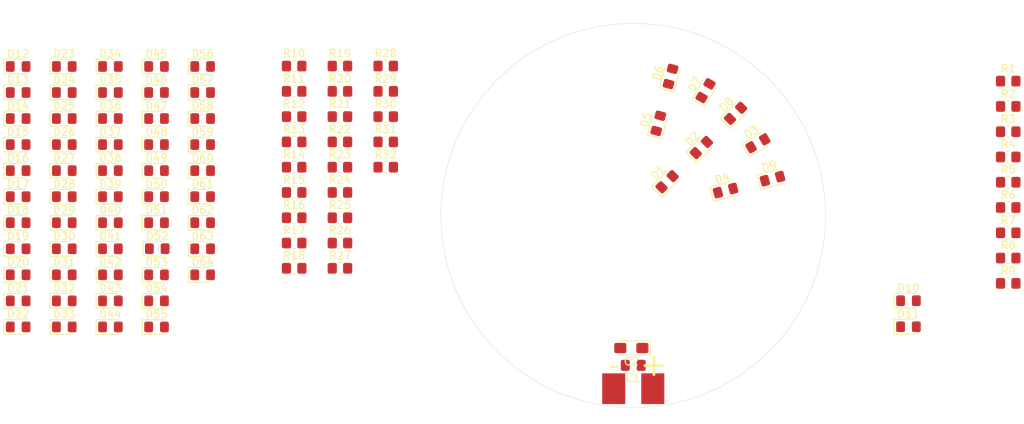
<source format=kicad_pcb>
(kicad_pcb (version 20240108) (generator "pcbnew") (generator_version "8.0")
  (layers (0 "F.Cu" signal) (31 "B.Cu" signal) (34 "B.Paste" user) (35 "F.Paste" user) (36 "B.SilkS" user "B.Silkscreen") (37 "F.SilkS" user "F.Silkscreen") (38 "B.Mask" user) (39 "F.Mask" user) (44 "Edge.Cuts" user))
  (net 0 "")
  (net 1 "GND")
  (net 2 "Net-(D1-A)")
  (net 3 "Net-(D3-A)")
  (net 4 "Net-(D5-A)")
  (net 5 "Net-(D7-A)")
  (net 6 "Net-(D10-A)")
  (net 7 "Net-(D11-A)")
  (net 8 "Net-(D13-A)")
  (net 9 "Net-(D15-A)")
  (net 10 "Net-(D17-A)")
  (net 11 "Net-(D19-A)")
  (net 12 "Net-(D21-A)")
  (net 13 "Net-(D23-A)")
  (net 14 "Net-(D25-A)")
  (net 15 "Net-(D27-A)")
  (net 16 "Net-(D29-A)")
  (net 17 "Net-(D31-A)")
  (net 18 "Net-(D33-A)")
  (net 19 "Net-(D35-A)")
  (net 20 "Net-(D37-A)")
  (net 21 "Net-(D39-A)")
  (net 22 "Net-(D41-A)")
  (net 23 "Net-(D43-A)")
  (net 24 "Net-(D45-A)")
  (net 25 "Net-(D47-A)")
  (net 26 "Net-(D49-A)")
  (net 27 "Net-(D51-A)")
  (net 28 "Net-(D53-A)")
  (net 29 "Net-(D55-A)")
  (net 30 "Net-(D57-A)")
  (net 31 "Net-(D59-A)")
  (net 32 "Net-(D61-A)")
  (net 33 "Net-(D63-A)")
  (net 34 "+5V")
  (footprint "LED_SMD:LED_0805_2012Metric_Pad1.15x1.40mm_HandSolder" (layer "F.Cu") (at 138.025 58.99)
    (property "Reference" "D46" (at 0 -1.65 0) (layer "F.SilkS"))
    (property "Value" "R_LED")
    (pad "1" smd roundrect (at -1.025 0) (size 1.15 1.4) (layers "F.Cu" "F.Paste" "F.Mask") (roundrect_rratio 0.217391) (net 1 "GND"))
    (pad "2" smd roundrect (at 1.025 0) (size 1.15 1.4) (layers "F.Cu" "F.Paste" "F.Mask") (roundrect_rratio 0.217391) (net 24 "Net-(D45-A)"))
  )
  (footprint "Resistor_SMD:R_0805_2012Metric_Pad1.20x1.40mm_HandSolder" (layer "F.Cu") (at 155.92 81.87)
    (property "Reference" "R18" (at 0 -1.65 0) (layer "F.SilkS"))
    (property "Value" "220R")
    (pad "1" smd roundrect (at -1 0) (size 1.2 1.4) (layers "F.Cu" "F.Paste" "F.Mask") (roundrect_rratio 0.208333) (net 34 "+5V"))
    (pad "2" smd roundrect (at 1 0) (size 1.2 1.4) (layers "F.Cu" "F.Paste" "F.Mask") (roundrect_rratio 0.208333) (net 19 "Net-(D35-A)"))
  )
  (footprint "LED_SMD:LED_0805_2012Metric_Pad1.15x1.40mm_HandSolder" (layer "F.Cu") (at 120.04 75.94)
    (property "Reference" "D18" (at 0 -1.65 0) (layer "F.SilkS"))
    (property "Value" "R_LED")
    (pad "1" smd roundrect (at -1.025 0) (size 1.15 1.4) (layers "F.Cu" "F.Paste" "F.Mask") (roundrect_rratio 0.217391) (net 1 "GND"))
    (pad "2" smd roundrect (at 1.025 0) (size 1.15 1.4) (layers "F.Cu" "F.Paste" "F.Mask") (roundrect_rratio 0.217391) (net 10 "Net-(D17-A)"))
  )
  (footprint "Resistor_SMD:R_0805_2012Metric_Pad1.20x1.40mm_HandSolder" (layer "F.Cu") (at 161.87 62.13)
    (property "Reference" "R21" (at 0 -1.65 0) (layer "F.SilkS"))
    (property "Value" "220R")
    (pad "1" smd roundrect (at -1 0) (size 1.2 1.4) (layers "F.Cu" "F.Paste" "F.Mask") (roundrect_rratio 0.208333) (net 34 "+5V"))
    (pad "2" smd roundrect (at 1 0) (size 1.2 1.4) (layers "F.Cu" "F.Paste" "F.Mask") (roundrect_rratio 0.208333) (net 22 "Net-(D41-A)"))
  )
  (footprint "LED_SMD:LED_0805_2012Metric_Pad1.15x1.40mm_HandSolder" (layer "F.Cu") (at 132.03 82.72)
    (property "Reference" "D42" (at 0 -1.65 0) (layer "F.SilkS"))
    (property "Value" "R_LED")
    (pad "1" smd roundrect (at -1.025 0) (size 1.15 1.4) (layers "F.Cu" "F.Paste" "F.Mask") (roundrect_rratio 0.217391) (net 1 "GND"))
    (pad "2" smd roundrect (at 1.025 0) (size 1.15 1.4) (layers "F.Cu" "F.Paste" "F.Mask") (roundrect_rratio 0.217391) (net 22 "Net-(D41-A)"))
  )
  (footprint "LED_SMD:LED_0805_2012Metric_Pad1.15x1.40mm_HandSolder" (layer "F.Cu") (at 120.04 82.72)
    (property "Reference" "D20" (at 0 -1.65 0) (layer "F.SilkS"))
    (property "Value" "R_LED")
    (pad "1" smd roundrect (at -1.025 0) (size 1.15 1.4) (layers "F.Cu" "F.Paste" "F.Mask") (roundrect_rratio 0.217391) (net 1 "GND"))
    (pad "2" smd roundrect (at 1.025 0) (size 1.15 1.4) (layers "F.Cu" "F.Paste" "F.Mask") (roundrect_rratio 0.217391) (net 11 "Net-(D19-A)"))
  )
  (footprint "Resistor_SMD:R_0805_2012Metric_Pad1.20x1.40mm_HandSolder" (layer "F.Cu") (at 248.75 57.51)
    (property "Reference" "R1" (at 0 -1.65 0) (layer "F.SilkS"))
    (property "Value" "220R")
    (pad "1" smd roundrect (at -1 0) (size 1.2 1.4) (layers "F.Cu" "F.Paste" "F.Mask") (roundrect_rratio 0.208333) (net 34 "+5V"))
    (pad "2" smd roundrect (at 1 0) (size 1.2 1.4) (layers "F.Cu" "F.Paste" "F.Mask") (roundrect_rratio 0.208333) (net 2 "Net-(D1-A)"))
  )
  (footprint "Resistor_SMD:R_0805_2012Metric_Pad1.20x1.40mm_HandSolder" (layer "F.Cu") (at 248.75 67.38)
    (property "Reference" "R4" (at 0 -1.65 0) (layer "F.SilkS"))
    (property "Value" "220R")
    (pad "1" smd roundrect (at -1 0) (size 1.2 1.4) (layers "F.Cu" "F.Paste" "F.Mask") (roundrect_rratio 0.208333) (net 34 "+5V"))
    (pad "2" smd roundrect (at 1 0) (size 1.2 1.4) (layers "F.Cu" "F.Paste" "F.Mask") (roundrect_rratio 0.208333) (net 5 "Net-(D7-A)"))
  )
  (footprint "LED_SMD:LED_0805_2012Metric_Pad1.15x1.40mm_HandSolder" (layer "F.Cu") (at 126.035 82.72)
    (property "Reference" "D31" (at 0 -1.65 0) (layer "F.SilkS"))
    (property "Value" "R_LED")
    (pad "1" smd roundrect (at -1.025 0) (size 1.15 1.4) (layers "F.Cu" "F.Paste" "F.Mask") (roundrect_rratio 0.217391) (net 1 "GND"))
    (pad "2" smd roundrect (at 1.025 0) (size 1.15 1.4) (layers "F.Cu" "F.Paste" "F.Mask") (roundrect_rratio 0.217391) (net 17 "Net-(D31-A)"))
  )
  (footprint "LED_SMD:LED_0805_2012Metric_Pad1.15x1.40mm_HandSolder" (layer "F.Cu") (at 212 71.75 15)
    (property "Reference" "D4" (at 0 -1.650001 15) (layer "F.SilkS"))
    (property "Value" "R_LED")
    (pad "1" smd roundrect (at -1.024999 -0.000001 15) (size 1.15 1.4) (layers "F.Cu" "F.Paste" "F.Mask") (roundrect_rratio 0.217391) (net 1 "GND"))
    (pad "2" smd roundrect (at 1.024999 0.000001 15) (size 1.15 1.4) (layers "F.Cu" "F.Paste" "F.Mask") (roundrect_rratio 0.217391) (net 3 "Net-(D3-A)"))
  )
  (footprint "Resistor_SMD:R_0805_2012Metric_Pad1.20x1.40mm_HandSolder" (layer "F.Cu") (at 248.75 64.09)
    (property "Reference" "R3" (at 0 -1.65 0) (layer "F.SilkS"))
    (property "Value" "220R")
    (pad "1" smd roundrect (at -1 0) (size 1.2 1.4) (layers "F.Cu" "F.Paste" "F.Mask") (roundrect_rratio 0.208333) (net 34 "+5V"))
    (pad "2" smd roundrect (at 1 0) (size 1.2 1.4) (layers "F.Cu" "F.Paste" "F.Mask") (roundrect_rratio 0.208333) (net 4 "Net-(D5-A)"))
  )
  (footprint "LED_SMD:LED_0805_2012Metric_Pad1.15x1.40mm_HandSolder" (layer "F.Cu") (at 132.03 69.16)
    (property "Reference" "D38" (at 0 -1.65 0) (layer "F.SilkS"))
    (property "Value" "R_LED")
    (pad "1" smd roundrect (at -1.025 0) (size 1.15 1.4) (layers "F.Cu" "F.Paste" "F.Mask") (roundrect_rratio 0.217391) (net 1 "GND"))
    (pad "2" smd roundrect (at 1.025 0) (size 1.15 1.4) (layers "F.Cu" "F.Paste" "F.Mask") (roundrect_rratio 0.217391) (net 20 "Net-(D37-A)"))
  )
  (footprint "LED_SMD:LED_0805_2012Metric_Pad1.15x1.40mm_HandSolder" (layer "F.Cu") (at 144.02 65.77)
    (property "Reference" "D59" (at 0 -1.65 0) (layer "F.SilkS"))
    (property "Value" "R_LED")
    (pad "1" smd roundrect (at -1.025 0) (size 1.15 1.4) (layers "F.Cu" "F.Paste" "F.Mask") (roundrect_rratio 0.217391) (net 1 "GND"))
    (pad "2" smd roundrect (at 1.025 0) (size 1.15 1.4) (layers "F.Cu" "F.Paste" "F.Mask") (roundrect_rratio 0.217391) (net 31 "Net-(D59-A)"))
  )
  (footprint "LED_SMD:LED_0805_2012Metric_Pad1.15x1.40mm_HandSolder" (layer "F.Cu") (at 132.03 58.99)
    (property "Reference" "D35" (at 0 -1.65 0) (layer "F.SilkS"))
    (property "Value" "R_LED")
    (pad "1" smd roundrect (at -1.025 0) (size 1.15 1.4) (layers "F.Cu" "F.Paste" "F.Mask") (roundrect_rratio 0.217391) (net 1 "GND"))
    (pad "2" smd roundrect (at 1.025 0) (size 1.15 1.4) (layers "F.Cu" "F.Paste" "F.Mask") (roundrect_rratio 0.217391) (net 19 "Net-(D35-A)"))
  )
  (footprint "LED_SMD:LED_0805_2012Metric_Pad1.15x1.40mm_HandSolder" (layer "F.Cu") (at 126.035 62.38)
    (property "Reference" "D25" (at 0 -1.65 0) (layer "F.SilkS"))
    (property "Value" "R_LED")
    (pad "1" smd roundrect (at -1.025 0) (size 1.15 1.4) (layers "F.Cu" "F.Paste" "F.Mask") (roundrect_rratio 0.217391) (net 1 "GND"))
    (pad "2" smd roundrect (at 1.025 0) (size 1.15 1.4) (layers "F.Cu" "F.Paste" "F.Mask") (roundrect_rratio 0.217391) (net 14 "Net-(D25-A)"))
  )
  (footprint "LED_SMD:LED_0805_2012Metric_Pad1.15x1.40mm_HandSolder" (layer "F.Cu") (at 126.035 72.55)
    (property "Reference" "D28" (at 0 -1.65 0) (layer "F.SilkS"))
    (property "Value" "R_LED")
    (pad "1" smd roundrect (at -1.025 0) (size 1.15 1.4) (layers "F.Cu" "F.Paste" "F.Mask") (roundrect_rratio 0.217391) (net 1 "GND"))
    (pad "2" smd roundrect (at 1.025 0) (size 1.15 1.4) (layers "F.Cu" "F.Paste" "F.Mask") (roundrect_rratio 0.217391) (net 15 "Net-(D27-A)"))
  )
  (footprint "LED_SMD:LED_0805_2012Metric_Pad1.15x1.40mm_HandSolder" (layer "F.Cu") (at 138.025 72.55)
    (property "Reference" "D50" (at 0 -1.65 0) (layer "F.SilkS"))
    (property "Value" "R_LED")
    (pad "1" smd roundrect (at -1.025 0) (size 1.15 1.4) (layers "F.Cu" "F.Paste" "F.Mask") (roundrect_rratio 0.217391) (net 1 "GND"))
    (pad "2" smd roundrect (at 1.025 0) (size 1.15 1.4) (layers "F.Cu" "F.Paste" "F.Mask") (roundrect_rratio 0.217391) (net 26 "Net-(D49-A)"))
  )
  (footprint "LED_SMD:LED_0805_2012Metric_Pad1.15x1.40mm_HandSolder" (layer "F.Cu") (at 216.2 65.6 30)
    (property "Reference" "D3" (at 0 -1.65 30) (layer "F.SilkS"))
    (property "Value" "R_LED")
    (pad "1" smd roundrect (at -1.024999 0.000001 30) (size 1.15 1.4) (layers "F.Cu" "F.Paste" "F.Mask") (roundrect_rratio 0.217391) (net 1 "GND"))
    (pad "2" smd roundrect (at 1.024999 -0.000001 30) (size 1.15 1.4) (layers "F.Cu" "F.Paste" "F.Mask") (roundrect_rratio 0.217391) (net 3 "Net-(D3-A)"))
  )
  (footprint "Resistor_SMD:R_0805_2012Metric_Pad1.20x1.40mm_HandSolder" (layer "F.Cu") (at 155.92 65.42)
    (property "Reference" "R13" (at 0 -1.65 0) (layer "F.SilkS"))
    (property "Value" "220R")
    (pad "1" smd roundrect (at -1 0) (size 1.2 1.4) (layers "F.Cu" "F.Paste" "F.Mask") (roundrect_rratio 0.208333) (net 34 "+5V"))
    (pad "2" smd roundrect (at 1 0) (size 1.2 1.4) (layers "F.Cu" "F.Paste" "F.Mask") (roundrect_rratio 0.208333) (net 14 "Net-(D25-A)"))
  )
  (footprint "Capacitor_SMD:C_0805_2012Metric_Pad1.18x1.45mm_HandSolder" (layer "F.Cu") (at 200 94.5 180)
    (property "Reference" "C1" (at 0 -1.68 360) (layer "F.SilkS"))
    (property "Value" "100nF")
    (pad "1" smd roundrect (at -1.0375 0 180) (size 1.175 1.45) (layers "F.Cu" "F.Paste" "F.Mask") (roundrect_rratio 0.212766) (net 34 "+5V"))
    (pad "2" smd roundrect (at 1.0375 0 180) (size 1.175 1.45) (layers "F.Cu" "F.Paste" "F.Mask") (roundrect_rratio 0.212766) (net 1 "GND"))
  )
  (footprint "Resistor_SMD:R_0805_2012Metric_Pad1.20x1.40mm_HandSolder" (layer "F.Cu") (at 155.92 62.13)
    (property "Reference" "R12" (at 0 -1.65 0) (layer "F.SilkS"))
    (property "Value" "220R")
    (pad "1" smd roundrect (at -1 0) (size 1.2 1.4) (layers "F.Cu" "F.Paste" "F.Mask") (roundrect_rratio 0.208333) (net 34 "+5V"))
    (pad "2" smd roundrect (at 1 0) (size 1.2 1.4) (layers "F.Cu" "F.Paste" "F.Mask") (roundrect_rratio 0.208333) (net 13 "Net-(D23-A)"))
  )
  (footprint "LED_SMD:LED_0805_2012Metric_Pad1.15x1.40mm_HandSolder" (layer "F.Cu") (at 209.4 58.75 60)
    (property "Reference" "D7" (at 0 -1.65 60) (layer "F.SilkS"))
    (property "Value" "R_LED")
    (pad "1" smd roundrect (at -1.025 0 60) (size 1.15 1.4) (layers "F.Cu" "F.Paste" "F.Mask") (roundrect_rratio 0.217391) (net 1 "GND"))
    (pad "2" smd roundrect (at 1.025 0 60) (size 1.15 1.4) (layers "F.Cu" "F.Paste" "F.Mask") (roundrect_rratio 0.217391) (net 5 "Net-(D7-A)"))
  )
  (footprint "LED_SMD:LED_0805_2012Metric_Pad1.15x1.40mm_HandSolder" (layer "F.Cu") (at 126.035 55.6)
    (property "Reference" "D23" (at 0 -1.65 0) (layer "F.SilkS"))
    (property "Value" "R_LED")
    (pad "1" smd roundrect (at -1.025 0) (size 1.15 1.4) (layers "F.Cu" "F.Paste" "F.Mask") (roundrect_rratio 0.217391) (net 1 "GND"))
    (pad "2" smd roundrect (at 1.025 0) (size 1.15 1.4) (layers "F.Cu" "F.Paste" "F.Mask") (roundrect_rratio 0.217391) (net 13 "Net-(D23-A)"))
  )
  (footprint "Resistor_SMD:R_0805_2012Metric_Pad1.20x1.40mm_HandSolder" (layer "F.Cu") (at 161.87 68.71)
    (property "Reference" "R23" (at 0 -1.65 0) (layer "F.SilkS"))
    (property "Value" "220R")
    (pad "1" smd roundrect (at -1 0) (size 1.2 1.4) (layers "F.Cu" "F.Paste" "F.Mask") (roundrect_rratio 0.208333) (net 34 "+5V"))
    (pad "2" smd roundrect (at 1 0) (size 1.2 1.4) (layers "F.Cu" "F.Paste" "F.Mask") (roundrect_rratio 0.208333) (net 24 "Net-(D45-A)"))
  )
  (footprint "LED_SMD:LED_0805_2012Metric_Pad1.15x1.40mm_HandSolder" (layer "F.Cu") (at 126.035 75.94)
    (property "Reference" "D29" (at 0 -1.65 0) (layer "F.SilkS"))
    (property "Value" "R_LED")
    (pad "1" smd roundrect (at -1.025 0) (size 1.15 1.4) (layers "F.Cu" "F.Paste" "F.Mask") (roundrect_rratio 0.217391) (net 1 "GND"))
    (pad "2" smd roundrect (at 1.025 0) (size 1.15 1.4) (layers "F.Cu" "F.Paste" "F.Mask") (roundrect_rratio 0.217391) (net 16 "Net-(D29-A)"))
  )
  (footprint "LED_SMD:LED_0805_2012Metric_Pad1.15x1.40mm_HandSolder" (layer "F.Cu") (at 120.04 62.38)
    (property "Reference" "D14" (at 0 -1.65 0) (layer "F.SilkS"))
    (property "Value" "R_LED")
    (pad "1" smd roundrect (at -1.025 0) (size 1.15 1.4) (layers "F.Cu" "F.Paste" "F.Mask") (roundrect_rratio 0.217391) (net 1 "GND"))
    (pad "2" smd roundrect (at 1.025 0) (size 1.15 1.4) (layers "F.Cu" "F.Paste" "F.Mask") (roundrect_rratio 0.217391) (net 8 "Net-(D13-A)"))
  )
  (footprint "Capacitor_Tantalum_SMD:CP_EIA-3216-18_Kemet-A_Pad1.58x1.35mm_HandSolder" (layer "F.Cu") (at 199.75 92.25 180)
    (property "Reference" "C2" (at 0 -1.75 360) (layer "F.SilkS"))
    (property "Value" "10uF")
    (pad "1" smd roundrect (at -1.4375 0 180) (size 1.575 1.35) (layers "F.Cu" "F.Paste" "F.Mask") (roundrect_rratio 0.185185) (net 34 "+5V"))
    (pad "2" smd roundrect (at 1.4375 0 180) (size 1.575 1.35) (layers "F.Cu" "F.Paste" "F.Mask") (roundrect_rratio 0.185185) (net 1 "GND"))
  )
  (footprint "LED_SMD:LED_0805_2012Metric_Pad1.15x1.40mm_HandSolder" (layer "F.Cu") (at 144.02 72.55)
    (property "Reference" "D61" (at 0 -1.65 0) (layer "F.SilkS"))
    (property "Value" "R_LED")
    (pad "1" smd roundrect (at -1.025 0) (size 1.15 1.4) (layers "F.Cu" "F.Paste" "F.Mask") (roundrect_rratio 0.217391) (net 1 "GND"))
    (pad "2" smd roundrect (at 1.025 0) (size 1.15 1.4) (layers "F.Cu" "F.Paste" "F.Mask") (roundrect_rratio 0.217391) (net 32 "Net-(D61-A)"))
  )
  (footprint "LED_SMD:LED_0805_2012Metric_Pad1.15x1.40mm_HandSolder" (layer "F.Cu") (at 138.025 69.16)
    (property "Reference" "D49" (at 0 -1.65 0) (layer "F.SilkS"))
    (property "Value" "R_LED")
    (pad "1" smd roundrect (at -1.025 0) (size 1.15 1.4) (layers "F.Cu" "F.Paste" "F.Mask") (roundrect_rratio 0.217391) (net 1 "GND"))
    (pad "2" smd roundrect (at 1.025 0) (size 1.15 1.4) (layers "F.Cu" "F.Paste" "F.Mask") (roundrect_rratio 0.217391) (net 26 "Net-(D49-A)"))
  )
  (footprint "LED_SMD:LED_0805_2012Metric_Pad1.15x1.40mm_HandSolder" (layer "F.Cu") (at 208.85 66.15 45)
    (property "Reference" "D2" (at 0 -1.65 45) (layer "F.SilkS"))
    (property "Value" "R_LED")
    (pad "1" smd roundrect (at -1.024999 0 45) (size 1.15 1.4) (layers "F.Cu" "F.Paste" "F.Mask") (roundrect_rratio 0.217391) (net 1 "GND"))
    (pad "2" smd roundrect (at 1.024999 0 45) (size 1.15 1.4) (layers "F.Cu" "F.Paste" "F.Mask") (roundrect_rratio 0.217391) (net 2 "Net-(D1-A)"))
  )
  (footprint "Resistor_SMD:R_0805_2012Metric_Pad1.20x1.40mm_HandSolder" (layer "F.Cu") (at 248.75 83.83)
    (property "Reference" "R9" (at 0 -1.65 0) (layer "F.SilkS"))
    (property "Value" "220R")
    (pad "1" smd roundrect (at -1 0) (size 1.2 1.4) (layers "F.Cu" "F.Paste" "F.Mask") (roundrect_rratio 0.208333) (net 34 "+5V"))
    (pad "2" smd roundrect (at 1 0) (size 1.2 1.4) (layers "F.Cu" "F.Paste" "F.Mask") (roundrect_rratio 0.208333) (net 10 "Net-(D17-A)"))
  )
  (footprint "LED_SMD:LED_0805_2012Metric_Pad1.15x1.40mm_HandSolder" (layer "F.Cu") (at 126.035 79.33)
    (property "Reference" "D30" (at 0 -1.65 0) (layer "F.SilkS"))
    (property "Value" "R_LED")
    (pad "1" smd roundrect (at -1.025 0) (size 1.15 1.4) (layers "F.Cu" "F.Paste" "F.Mask") (roundrect_rratio 0.217391) (net 1 "GND"))
    (pad "2" smd roundrect (at 1.025 0) (size 1.15 1.4) (layers "F.Cu" "F.Paste" "F.Mask") (roundrect_rratio 0.217391) (net 16 "Net-(D29-A)"))
  )
  (footprint "LED_SMD:LED_0805_2012Metric_Pad1.15x1.40mm_HandSolder" (layer "F.Cu") (at 138.025 75.94)
    (property "Reference" "D51" (at 0 -1.65 0) (layer "F.SilkS"))
    (property "Value" "R_LED")
    (pad "1" smd roundrect (at -1.025 0) (size 1.15 1.4) (layers "F.Cu" "F.Paste" "F.Mask") (roundrect_rratio 0.217391) (net 1 "GND"))
    (pad "2" smd roundrect (at 1.025 0) (size 1.15 1.4) (layers "F.Cu" "F.Paste" "F.Mask") (roundrect_rratio 0.217391) (net 27 "Net-(D51-A)"))
  )
  (footprint "LED_SMD:LED_0805_2012Metric_Pad1.15x1.40mm_HandSolder" (layer "F.Cu") (at 120.04 65.77)
    (property "Reference" "D15" (at 0 -1.65 0) (layer "F.SilkS"))
    (property "Value" "R_LED")
    (pad "1" smd roundrect (at -1.025 0) (size 1.15 1.4) (layers "F.Cu" "F.Paste" "F.Mask") (roundrect_rratio 0.217391) (net 1 "GND"))
    (pad "2" smd roundrect (at 1.025 0) (size 1.15 1.4) (layers "F.Cu" "F.Paste" "F.Mask") (roundrect_rratio 0.217391) (net 9 "Net-(D15-A)"))
  )
  (footprint "LED_SMD:LED_0805_2012Metric_Pad1.15x1.40mm_HandSolder" (layer "F.Cu") (at 132.03 79.33)
    (property "Reference" "D41" (at 0 -1.65 0) (layer "F.SilkS"))
    (property "Value" "R_LED")
    (pad "1" smd roundrect (at -1.025 0) (size 1.15 1.4) (layers "F.Cu" "F.Paste" "F.Mask") (roundrect_rratio 0.217391) (net 1 "GND"))
    (pad "2" smd roundrect (at 1.025 0) (size 1.15 1.4) (layers "F.Cu" "F.Paste" "F.Mask") (roundrect_rratio 0.217391) (net 22 "Net-(D41-A)"))
  )
  (footprint "LED_SMD:LED_0805_2012Metric_Pad1.15x1.40mm_HandSolder" (layer "F.Cu") (at 144.02 55.6)
    (property "Reference" "D56" (at 0 -1.65 0) (layer "F.SilkS"))
    (property "Value" "R_LED")
    (pad "1" smd roundrect (at -1.025 0) (size 1.15 1.4) (layers "F.Cu" "F.Paste" "F.Mask") (roundrect_rratio 0.217391) (net 1 "GND"))
    (pad "2" smd roundrect (at 1.025 0) (size 1.15 1.4) (layers "F.Cu" "F.Paste" "F.Mask") (roundrect_rratio 0.217391) (net 29 "Net-(D55-A)"))
  )
  (footprint "Resistor_SMD:R_0805_2012Metric_Pad1.20x1.40mm_HandSolder" (layer "F.Cu") (at 161.87 78.58)
    (property "Reference" "R26" (at 0 -1.65 0) (layer "F.SilkS"))
    (property "Value" "220R")
    (pad "1" smd roundrect (at -1 0) (size 1.2 1.4) (layers "F.Cu" "F.Paste" "F.Mask") (roundrect_rratio 0.208333) (net 34 "+5V"))
    (pad "2" smd roundrect (at 1 0) (size 1.2 1.4) (layers "F.Cu" "F.Paste" "F.Mask") (roundrect_rratio 0.208333) (net 27 "Net-(D51-A)"))
  )
  (footprint "LED_SMD:LED_0805_2012Metric_Pad1.15x1.40mm_HandSolder" (layer "F.Cu") (at 203.25 63 75)
    (property "Reference" "D5" (at 0 -1.650001 75) (layer "F.SilkS"))
    (property "Value" "R_LED")
    (pad "1" smd roundrect (at -1.025 0.000001 75) (size 1.15 1.4) (layers "F.Cu" "F.Paste" "F.Mask") (roundrect_rratio 0.217391) (net 1 "GND"))
    (pad "2" smd roundrect (at 1.025 -0.000001 75) (size 1.15 1.4) (layers "F.Cu" "F.Paste" "F.Mask") (roundrect_rratio 0.217391) (net 4 "Net-(D5-A)"))
  )
  (footprint "LED_SMD:LED_0805_2012Metric_Pad1.15x1.40mm_HandSolder" (layer "F.Cu") (at 144.02 58.99)
    (property "Reference" "D57" (at 0 -1.65 0) (layer "F.SilkS"))
    (property "Value" "R_LED")
    (pad "1" smd roundrect (at -1.025 0) (size 1.15 1.4) (layers "F.Cu" "F.Paste" "F.Mask") (roundrect_rratio 0.217391) (net 1 "GND"))
    (pad "2" smd roundrect (at 1.025 0) (size 1.15 1.4) (layers "F.Cu" "F.Paste" "F.Mask") (roundrect_rratio 0.217391) (net 30 "Net-(D57-A)"))
  )
  (footprint "Resistor_SMD:R_0805_2012Metric_Pad1.20x1.40mm_HandSolder" (layer "F.Cu") (at 155.92 72)
    (property "Reference" "R15" (at 0 -1.65 0) (layer "F.SilkS"))
    (property "Value" "220R")
    (pad "1" smd roundrect (at -1 0) (size 1.2 1.4) (layers "F.Cu" "F.Paste" "F.Mask") (roundrect_rratio 0.208333) (net 34 "+5V"))
    (pad "2" smd roundrect (at 1 0) (size 1.2 1.4) (layers "F.Cu" "F.Paste" "F.Mask") (roundrect_rratio 0.208333) (net 16 "Net-(D29-A)"))
  )
  (footprint "LED_SMD:LED_0805_2012Metric_Pad1.15x1.40mm_HandSolder" (layer "F.Cu") (at 138.025 55.6)
    (property "Reference" "D45" (at 0 -1.65 0) (layer "F.SilkS"))
    (property "Value" "R_LED")
    (pad "1" smd roundrect (at -1.025 0) (size 1.15 1.4) (layers "F.Cu" "F.Paste" "F.Mask") (roundrect_rratio 0.217391) (net 1 "GND"))
    (pad "2" smd roundrect (at 1.025 0) (size 1.15 1.4) (layers "F.Cu" "F.Paste" "F.Mask") (roundrect_rratio 0.217391) (net 24 "Net-(D45-A)"))
  )
  (footprint "LED_SMD:LED_0805_2012Metric_Pad1.15x1.40mm_HandSolder" (layer "F.Cu") (at 132.03 62.38)
    (property "Reference" "D36" (at 0 -1.65 0) (layer "F.SilkS"))
    (property "Value" "R_LED")
    (pad "1" smd roundrect (at -1.025 0) (size 1.15 1.4) (layers "F.Cu" "F.Paste" "F.Mask") (roundrect_rratio 0.217391) (net 1 "GND"))
    (pad "2" smd roundrect (at 1.025 0) (size 1.15 1.4) (layers "F.Cu" "F.Paste" "F.Mask") (roundrect_rratio 0.217391) (net 19 "Net-(D35-A)"))
  )
  (footprint "LED_SMD:LED_0805_2012Metric_Pad1.15x1.40mm_HandSolder" (layer "F.Cu") (at 132.03 86.11)
    (property "Reference" "D43" (at 0 -1.65 0) (layer "F.SilkS"))
    (property "Value" "R_LED")
    (pad "1" smd roundrect (at -1.025 0) (size 1.15 1.4) (layers "F.Cu" "F.Paste" "F.Mask") (roundrect_rratio 0.217391) (net 1 "GND"))
    (pad "2" smd roundrect (at 1.025 0) (size 1.15 1.4) (layers "F.Cu" "F.Paste" "F.Mask") (roundrect_rratio 0.217391) (net 23 "Net-(D43-A)"))
  )
  (footprint "LED_SMD:LED_0805_2012Metric_Pad1.15x1.40mm_HandSolder" (layer "F.Cu") (at 120.04 72.55)
    (property "Reference" "D17" (at 0 -1.65 0) (layer "F.SilkS"))
    (property "Value" "R_LED")
    (pad "1" smd roundrect (at -1.025 0) (size 1.15 1.4) (layers "F.Cu" "F.Paste" "F.Mask") (roundrect_rratio 0.217391) (net 1 "GND"))
    (pad "2" smd roundrect (at 1.025 0) (size 1.15 1.4) (layers "F.Cu" "F.Paste" "F.Mask") (roundrect_rratio 0.217391) (net 10 "Net-(D17-A)"))
  )
  (footprint "LED_SMD:LED_0805_2012Metric_Pad1.15x1.40mm_HandSolder" (layer "F.Cu") (at 204.4 70.6 45)
    (property "Reference" "D1" (at 0 -1.65 45) (layer "F.SilkS"))
    (property "Value" "R_LED")
    (pad "1" smd roundrect (at -1.024999 0 45) (size 1.15 1.4) (layers "F.Cu" "F.Paste" "F.Mask") (roundrect_rratio 0.217391) (net 1 "GND"))
    (pad "2" smd roundrect (at 1.024999 0 45) (size 1.15 1.4) (layers "F.Cu" "F.Paste" "F.Mask") (roundrect_rratio 0.217391) (net 2 "Net-(D1-A)"))
  )
  (footprint "LED_SMD:LED_0805_2012Metric_Pad1.15x1.40mm_HandSolder" (layer "F.Cu") (at 144.02 75.94)
    (property "Reference" "D62" (at 0 -1.65 0) (layer "F.SilkS"))
    (property "Value" "R_LED")
    (pad "1" smd roundrect (at -1.025 0) (size 1.15 1.4) (layers "F.Cu" "F.Paste" "F.Mask") (roundrect_rratio 0.217391) (net 1 "GND"))
    (pad "2" smd roundrect (at 1.025 0) (size 1.15 1.4) (layers "F.Cu" "F.Paste" "F.Mask") (roundrect_rratio 0.217391) (net 32 "Net-(D61-A)"))
  )
  (footprint "Resistor_SMD:R_0805_2012Metric_Pad1.20x1.40mm_HandSolder" (layer "F.Cu") (at 248.75 70.67)
    (property "Reference" "R5" (at 0 -1.65 0) (layer "F.SilkS"))
    (property "Value" "220R")
    (pad "1" smd roundrect (at -1 0) (size 1.2 1.4) (layers "F.Cu" "F.Paste" "F.Mask") (roundrect_rratio 0.208333) (net 34 "+5V"))
    (pad "2" smd roundrect (at 1 0) (size 1.2 1.4) (layers "F.Cu" "F.Paste" "F.Mask") (roundrect_rratio 0.208333) (net 6 "Net-(D10-A)"))
  )
  (footprint "LED_SMD:LED_0805_2012Metric_Pad1.15x1.40mm_HandSolder" (layer "F.Cu") (at 138.025 62.38)
    (property "Reference" "D47" (at 0 -1.65 0) (layer "F.SilkS"))
    (property "Value" "R_LED")
    (pad "1" smd roundrect (at -1.025 0) (size 1.15 1.4) (layers "F.Cu" "F.Paste" "F.Mask") (roundrect_rratio 0.217391) (net 1 "GND"))
    (pad "2" smd roundrect (at 1.025 0) (size 1.15 1.4) (layers "F.Cu" "F.Paste" "F.Mask") (roundrect_rratio 0.217391) (net 25 "Net-(D47-A)"))
  )
  (footprint "Resistor_SMD:R_0805_2012Metric_Pad1.20x1.40mm_HandSolder" (layer "F.Cu") (at 161.87 65.42)
    (property "Reference" "R22" (at 0 -1.65 0) (layer "F.SilkS"))
    (property "Value" "220R")
    (pad "1" smd roundrect (at -1 0) (size 1.2 1.4) (layers "F.Cu" "F.Paste" "F.Mask") (roundrect_rratio 0.208333) (net 34 "+5V"))
    (pad "2" smd roundrect (at 1 0) (size 1.2 1.4) (layers "F.Cu" "F.Paste" "F.Mask") (roundrect_rratio 0.208333) (net 23 "Net-(D43-A)"))
  )
  (footprint "Resistor_SMD:R_0805_2012Metric_Pad1.20x1.40mm_HandSolder" (layer "F.Cu") (at 161.87 58.84)
    (property "Reference" "R20" (at 0 -1.65 0) (layer "F.SilkS"))
    (property "Value" "220R")
    (pad "1" smd roundrect (at -1 0) (size 1.2 1.4) (layers "F.Cu" "F.Paste" "F.Mask") (roundrect_rratio 0.208333) (net 34 "+5V"))
    (pad "2" smd roundrect (at 1 0) (size 1.2 1.4) (layers "F.Cu" "F.Paste" "F.Mask") (roundrect_rratio 0.208333) (net 21 "Net-(D39-A)"))
  )
  (footprint "Resistor_SMD:R_0805_2012Metric_Pad1.20x1.40mm_HandSolder" (layer "F.Cu") (at 161.87 55.55)
    (property "Reference" "R19" (at 0 -1.65 0) (layer "F.SilkS"))
    (property "Value" "220R")
    (pad "1" smd roundrect (at -1 0) (size 1.2 1.4) (layers "F.Cu" "F.Paste" "F.Mask") (roundrect_rratio 0.208333) (net 34 "+5V"))
    (pad "2" smd roundrect (at 1 0) (size 1.2 1.4) (layers "F.Cu" "F.Paste" "F.Mask") (roundrect_rratio 0.208333) (net 20 "Net-(D37-A)"))
  )
  (footprint "LED_SMD:LED_0805_2012Metric_Pad1.15x1.40mm_HandSolder" (layer "F.Cu") (at 144.02 79.33)
    (property "Reference" "D63" (at 0 -1.65 0) (layer "F.SilkS"))
    (property "Value" "R_LED")
    (pad "1" smd roundrect (at -1.025 0) (size 1.15 1.4) (layers "F.Cu" "F.Paste" "F.Mask") (roundrect_rratio 0.217391) (net 1 "GND"))
    (pad "2" smd roundrect (at 1.025 0) (size 1.15 1.4) (layers "F.Cu" "F.Paste" "F.Mask") (roundrect_rratio 0.217391) (net 33 "Net-(D63-A)"))
  )
  (footprint "LED_SMD:LED_0805_2012Metric_Pad1.15x1.40mm_HandSolder" (layer "F.Cu") (at 126.035 86.11)
    (property "Reference" "D32" (at 0 -1.65 0) (layer "F.SilkS"))
    (property "Value" "R_LED")
    (pad "1" smd roundrect (at -1.025 0) (size 1.15 1.4) (layers "F.Cu" "F.Paste" "F.Mask") (roundrect_rratio 0.217391) (net 1 "GND"))
    (pad "2" smd roundrect (at 1.025 0) (size 1.15 1.4) (layers "F.Cu" "F.Paste" "F.Mask") (roundrect_rratio 0.217391) (net 17 "Net-(D31-A)"))
  )
  (footprint "Resistor_SMD:R_0805_2012Metric_Pad1.20x1.40mm_HandSolder" (layer "F.Cu") (at 161.87 81.87)
    (property "Reference" "R27" (at 0 -1.65 0) (layer "F.SilkS"))
    (property "Value" "220R")
    (pad "1" smd roundrect (at -1 0) (size 1.2 1.4) (layers "F.Cu" "F.Paste" "F.Mask") (roundrect_rratio 0.208333) (net 34 "+5V"))
    (pad "2" smd roundrect (at 1 0) (size 1.2 1.4) (layers "F.Cu" "F.Paste" "F.Mask") (roundrect_rratio 0.208333) (net 28 "Net-(D53-A)"))
  )
  (footprint "LED_SMD:LED_0805_2012Metric_Pad1.15x1.40mm_HandSolder" (layer "F.Cu") (at 120.04 55.6)
    (property "Reference" "D12" (at 0 -1.65 0) (layer "F.SilkS"))
    (property "Value" "R_LED")
    (pad "1" smd roundrect (at -1.025 0) (size 1.15 1.4) (layers "F.Cu" "F.Paste" "F.Mask") (roundrect_rratio 0.217391) (net 1 "GND"))
    (pad "2" smd roundrect (at 1.025 0) (size 1.15 1.4) (layers "F.Cu" "F.Paste" "F.Mask") (roundrect_rratio 0.217391) (net 7 "Net-(D11-A)"))
  )
  (footprint "LED_SMD:LED_0805_2012Metric_Pad1.15x1.40mm_HandSolder" (layer "F.Cu") (at 120.04 89.5)
    (property "Reference" "D22" (at 0 -1.65 0) (layer "F.SilkS"))
    (property "Value" "R_LED")
    (pad "1" smd roundrect (at -1.025 0) (size 1.15 1.4) (layers "F.Cu" "F.Paste" "F.Mask") (roundrect_rratio 0.217391) (net 1 "GND"))
    (pad "2" smd roundrect (at 1.025 0) (size 1.15 1.4) (layers "F.Cu" "F.Paste" "F.Mask") (roundrect_rratio 0.217391) (net 12 "Net-(D21-A)"))
  )
  (footprint "LED_SMD:LED_0805_2012Metric_Pad1.15x1.40mm_HandSolder" (layer "F.Cu") (at 126.035 58.99)
    (property "Reference" "D24" (at 0 -1.65 0) (layer "F.SilkS"))
    (property "Value" "R_LED")
    (pad "1" smd roundrect (at -1.025 0) (size 1.15 1.4) (layers "F.Cu" "F.Paste" "F.Mask") (roundrect_rratio 0.217391) (net 1 "GND"))
    (pad "2" smd roundrect (at 1.025 0) (size 1.15 1.4) (layers "F.Cu" "F.Paste" "F.Mask") (roundrect_rratio 0.217391) (net 13 "Net-(D23-A)"))
  )
  (footprint "LED_SMD:LED_0805_2012Metric_Pad1.15x1.40mm_HandSolder" (layer "F.Cu") (at 144.02 69.16)
    (property "Reference" "D60" (at 0 -1.65 0) (layer "F.SilkS"))
    (property "Value" "R_LED")
    (pad "1" smd roundrect (at -1.025 0) (size 1.15 1.4) (layers "F.Cu" "F.Paste" "F.Mask") (roundrect_rratio 0.217391) (net 1 "GND"))
    (pad "2" smd roundrect (at 1.025 0) (size 1.15 1.4) (layers "F.Cu" "F.Paste" "F.Mask") (roundrect_rratio 0.217391) (net 31 "Net-(D59-A)"))
  )
  (footprint "LED_SMD:LED_0805_2012Metric_Pad1.15x1.40mm_HandSolder" (layer "F.Cu") (at 144.02 82.72)
    (property "Reference" "D64" (at 0 -1.65 0) (layer "F.SilkS"))
    (property "Value" "R_LED")
    (pad "1" smd roundrect (at -1.025 0) (size 1.15 1.4) (layers "F.Cu" "F.Paste" "F.Mask") (roundrect_rratio 0.217391) (net 1 "GND"))
    (pad "2" smd roundrect (at 1.025 0) (size 1.15 1.4) (layers "F.Cu" "F.Paste" "F.Mask") (roundrect_rratio 0.217391) (net 33 "Net-(D63-A)"))
  )
  (footprint "LED_SMD:LED_0805_2012Metric_Pad1.15x1.40mm_HandSolder" (layer "F.Cu") (at 138.025 65.77)
    (property "Reference" "D48" (at 0 -1.65 0) (layer "F.SilkS"))
    (property "Value" "R_LED")
    (pad "1" smd roundrect (at -1.025 0) (size 1.15 1.4) (layers "F.Cu" "F.Paste" "F.Mask") (roundrect_rratio 0.217391) (net 1 "GND"))
    (pad "2" smd roundrect (at 1.025 0) (size 1.15 1.4) (layers "F.Cu" "F.Paste" "F.Mask") (roundrect_rratio 0.217391) (net 25 "Net-(D47-A)"))
  )
  (footprint "LED_SMD:LED_0805_2012Metric_Pad1.15x1.40mm_HandSolder" (layer "F.Cu") (at 120.04 79.33)
    (property "Reference" "D19" (at 0 -1.65 0) (layer "F.SilkS"))
    (property "Value" "R_LED")
    (pad "1" smd roundrect (at -1.025 0) (size 1.15 1.4) (layers "F.Cu" "F.Paste" "F.Mask") (roundrect_rratio 0.217391) (net 1 "GND"))
    (pad "2" smd roundrect (at 1.025 0) (size 1.15 1.4) (layers "F.Cu" "F.Paste" "F.Mask") (roundrect_rratio 0.217391) (net 11 "Net-(D19-A)"))
  )
  (footprint "Resistor_SMD:R_0805_2012Metric_Pad1.20x1.40mm_HandSolder" (layer "F.Cu") (at 155.92 55.55)
    (property "Reference" "R10" (at 0 -1.65 0) (layer "F.SilkS"))
    (property "Value" "220R")
    (pad "1" smd roundrect (at -1 0) (size 1.2 1.4) (layers "F.Cu" "F.Paste" "F.Mask") (roundrect_rratio 0.208333) (net 34 "+5V"))
    (pad "2" smd roundrect (at 1 0) (size 1.2 1.4) (layers "F.Cu" "F.Paste" "F.Mask") (roundrect_rratio 0.208333) (net 11 "Net-(D19-A)"))
  )
  (footprint "Resistor_SMD:R_0805_2012Metric_Pad1.20x1.40mm_HandSolder" (layer "F.Cu") (at 155.92 68.71)
    (property "Reference" "R14" (at 0 -1.65 0) (layer "F.SilkS"))
    (property "Value" "220R")
    (pad "1" smd roundrect (at -1 0) (size 1.2 1.4) (layers "F.Cu" "F.Paste" "F.Mask") (roundrect_rratio 0.208333) (net 34 "+5V"))
    (pad "2" smd roundrect (at 1 0) (size 1.2 1.4) (layers "F.Cu" "F.Paste" "F.Mask") (roundrect_rratio 0.208333) (net 15 "Net-(D27-A)"))
  )
  (footprint "LED_SMD:LED_0805_2012Metric_Pad1.15x1.40mm_HandSolder" (layer "F.Cu") (at 120.04 86.11)
    (property "Reference" "D21" (at 0 -1.65 0) (layer "F.SilkS"))
    (property "Value" "R_LED")
    (pad "1" smd roundrect (at -1.025 0) (size 1.15 1.4) (layers "F.Cu" "F.Paste" "F.Mask") (roundrect_rratio 0.217391) (net 1 "GND"))
    (pad "2" smd roundrect (at 1.025 0) (size 1.15 1.4) (layers "F.Cu" "F.Paste" "F.Mask") (roundrect_rratio 0.217391) (net 12 "Net-(D21-A)"))
  )
  (footprint "Resistor_SMD:R_0805_2012Metric_Pad1.20x1.40mm_HandSolder" (layer "F.Cu") (at 248.75 80.54)
    (property "Reference" "R8" (at 0 -1.65 0) (layer "F.SilkS"))
    (property "Value" "220R")
    (pad "1" smd roundrect (at -1 0) (size 1.2 1.4) (layers "F.Cu" "F.Paste" "F.Mask") (roundrect_rratio 0.208333) (net 34 "+5V"))
    (pad "2" smd roundrect (at 1 0) (size 1.2 1.4) (layers "F.Cu" "F.Paste" "F.Mask") (roundrect_rratio 0.208333) (net 9 "Net-(D15-A)"))
  )
  (footprint "LED_SMD:LED_0805_2012Metric_Pad1.15x1.40mm_HandSolder" (layer "F.Cu") (at 120.04 69.16)
    (property "Reference" "D16" (at 0 -1.65 0) (layer "F.SilkS"))
    (property "Value" "R_LED")
    (pad "1" smd roundrect (at -1.025 0) (size 1.15 1.4) (layers "F.Cu" "F.Paste" "F.Mask") (roundrect_rratio 0.217391) (net 1 "GND"))
    (pad "2" smd roundrect (at 1.025 0) (size 1.15 1.4) (layers "F.Cu" "F.Paste" "F.Mask") (roundrect_rratio 0.217391) (net 9 "Net-(D15-A)"))
  )
  (footprint "LED_SMD:LED_0805_2012Metric_Pad1.15x1.40mm_HandSolder" (layer "F.Cu") (at 235.775 89.48)
    (property "Reference" "D11" (at 0 -1.65 0) (layer "F.SilkS"))
    (property "Value" "R_LED")
    (pad "1" smd roundrect (at -1.025 0) (size 1.15 1.4) (layers "F.Cu" "F.Paste" "F.Mask") (roundrect_rratio 0.217391) (net 1 "GND"))
    (pad "2" smd roundrect (at 1.025 0) (size 1.15 1.4) (layers "F.Cu" "F.Paste" "F.Mask") (roundrect_rratio 0.217391) (net 7 "Net-(D11-A)"))
  )
  (footprint "Resistor_SMD:R_0805_2012Metric_Pad1.20x1.40mm_HandSolder" (layer "F.Cu") (at 248.75 60.8)
    (property "Reference" "R2" (at 0 -1.65 0) (layer "F.SilkS"))
    (property "Value" "220R")
    (pad "1" smd roundrect (at -1 0) (size 1.2 1.4) (layers "F.Cu" "F.Paste" "F.Mask") (roundrect_rratio 0.208333) (net 34 "+5V"))
    (pad "2" smd roundrect (at 1 0) (size 1.2 1.4) (layers "F.Cu" "F.Paste" "F.Mask") (roundrect_rratio 0.208333) (net 3 "Net-(D3-A)"))
  )
  (footprint "Resistor_SMD:R_0805_2012Metric_Pad1.20x1.40mm_HandSolder" (layer "F.Cu") (at 167.82 55.55)
    (property "Reference" "R28" (at 0 -1.65 0) (layer "F.SilkS"))
    (property "Value" "220R")
    (pad "1" smd roundrect (at -1 0) (size 1.2 1.4) (layers "F.Cu" "F.Paste" "F.Mask") (roundrect_rratio 0.208333) (net 34 "+5V"))
    (pad "2" smd roundrect (at 1 0) (size 1.2 1.4) (layers "F.Cu" "F.Paste" "F.Mask") (roundrect_rratio 0.208333) (net 29 "Net-(D55-A)"))
  )
  (footprint "LED_SMD:LED_0805_2012Metric_Pad1.15x1.40mm_HandSolder" (layer "F.Cu") (at 213.3 61.7 45)
    (property "Reference" "D8" (at 0 -1.65 45) (layer "F.SilkS"))
    (property "Value" "R_LED")
    (pad "1" smd roundrect (at -1.024999 0 45) (size 1.15 1.4) (layers "F.Cu" "F.Paste" "F.Mask") (roundrect_rratio 0.217391) (net 1 "GND"))
    (pad "2" smd roundrect (at 1.024999 0 45) (size 1.15 1.4) (layers "F.Cu" "F.Paste" "F.Mask") (roundrect_rratio 0.217391) (net 5 "Net-(D7-A)"))
  )
  (footprint "Resistor_SMD:R_0805_2012Metric_Pad1.20x1.40mm_HandSolder" (layer "F.Cu") (at 167.82 65.42)
    (property "Reference" "R31" (at 0 -1.65 0) (layer "F.SilkS"))
    (property "Value" "220R")
    (pad "1" smd roundrect (at -1 0) (size 1.2 1.4) (layers "F.Cu" "F.Paste" "F.Mask") (roundrect_rratio 0.208333) (net 34 "+5V"))
    (pad "2" smd roundrect (at 1 0) (size 1.2 1.4) (layers "F.Cu" "F.Paste" "F.Mask") (roundrect_rratio 0.208333) (net 32 "Net-(D61-A)"))
  )
  (footprint "LED_SMD:LED_0805_2012Metric_Pad1.15x1.40mm_HandSolder" (layer "F.Cu") (at 120.04 58.99)
    (property "Reference" "D13" (at 0 -1.65 0) (layer "F.SilkS"))
    (property "Value" "R_LED")
    (pad "1" smd roundrect (at -1.025 0) (size 1.15 1.4) (layers "F.Cu" "F.Paste" "F.Mask") (roundrect_rratio 0.217391) (net 1 "GND"))
    (pad "2" smd roundrect (at 1.025 0) (size 1.15 1.4) (layers "F.Cu" "F.Paste" "F.Mask") (roundrect_rratio 0.217391) (net 8 "Net-(D13-A)"))
  )
  (footprint "LED_SMD:LED_0805_2012Metric_Pad1.15x1.40mm_HandSolder" (layer "F.Cu") (at 138.12 79.32)
    (property "Reference" "D52" (at 0 -1.65 0) (layer "F.SilkS"))
    (property "Value" "R_LED")
    (pad "1" smd roundrect (at -1.025 0) (size 1.15 1.4) (layers "F.Cu" "F.Paste" "F.Mask") (roundrect_rratio 0.217391) (net 1 "GND"))
    (pad "2" smd roundrect (at 1.025 0) (size 1.15 1.4) (layers "F.Cu" "F.Paste" "F.Mask") (roundrect_rratio 0.217391) (net 27 "Net-(D51-A)"))
  )
  (footprint "Schrack_brd:SOLDER_PADS" (layer "F.Cu") (at 200 99.04 180)
    (property "Reference" "J1" (hide yes))
    (property "Value" "Conn_01x02_Pin")
    (fp_text user "+" (at -2.75 4.5 90) (layer "F.SilkS") (effects (font (size 3 3) (thickness 0.1))))
    (fp_text user "-" (at 2.5 4.25 180) (layer "F.SilkS") (effects (font (size 3 3) (thickness 0.1))))
    (pad "1" smd rect (at -2.54 1.5 180) (size 3 4) (layers "F.Cu" "F.Paste" "F.Mask") (net 34 "+5V"))
    (pad "2" smd rect (at 2.54 1.5 180) (size 3 4) (layers "F.Cu" "F.Paste" "F.Mask") (net 1 "GND"))
  )
  (footprint "Resistor_SMD:R_0805_2012Metric_Pad1.20x1.40mm_HandSolder" (layer "F.Cu") (at 248.75 77.25)
    (property "Reference" "R7" (at 0 -1.65 0) (layer "F.SilkS"))
    (property "Value" "220R")
    (pad "1" smd roundrect (at -1 0) (size 1.2 1.4) (layers "F.Cu" "F.Paste" "F.Mask") (roundrect_rratio 0.208333) (net 34 "+5V"))
    (pad "2" smd roundrect (at 1 0) (size 1.2 1.4) (layers "F.Cu" "F.Paste" "F.Mask") (roundrect_rratio 0.208333) (net 8 "Net-(D13-A)"))
  )
  (footprint "Resistor_SMD:R_0805_2012Metric_Pad1.20x1.40mm_HandSolder" (layer "F.Cu") (at 155.92 58.84)
    (property "Reference" "R11" (at 0 -1.65 0) (layer "F.SilkS"))
    (property "Value" "220R")
    (pad "1" smd roundrect (at -1 0) (size 1.2 1.4) (layers "F.Cu" "F.Paste" "F.Mask") (roundrect_rratio 0.208333) (net 34 "+5V"))
    (pad "2" smd roundrect (at 1 0) (size 1.2 1.4) (layers "F.Cu" "F.Paste" "F.Mask") (roundrect_rratio 0.208333) (net 12 "Net-(D21-A)"))
  )
  (footprint "LED_SMD:LED_0805_2012Metric_Pad1.15x1.40mm_HandSolder" (layer "F.Cu") (at 126.035 69.16)
    (property "Reference" "D27" (at 0 -1.65 0) (layer "F.SilkS"))
    (property "Value" "R_LED")
    (pad "1" smd roundrect (at -1.025 0) (size 1.15 1.4) (layers "F.Cu" "F.Paste" "F.Mask") (roundrect_rratio 0.217391) (net 1 "GND"))
    (pad "2" smd roundrect (at 1.025 0) (size 1.15 1.4) (layers "F.Cu" "F.Paste" "F.Mask") (roundrect_rratio 0.217391) (net 15 "Net-(D27-A)"))
  )
  (footprint "LED_SMD:LED_0805_2012Metric_Pad1.15x1.40mm_HandSolder" (layer "F.Cu") (at 138.025 86.11)
    (property "Reference" "D54" (at 0 -1.65 0) (layer "F.SilkS"))
    (property "Value" "R_LED")
    (pad "1" smd roundrect (at -1.025 0) (size 1.15 1.4) (layers "F.Cu" "F.Paste" "F.Mask") (roundrect_rratio 0.217391) (net 1 "GND"))
    (pad "2" smd roundrect (at 1.025 0) (size 1.15 1.4) (layers "F.Cu" "F.Paste" "F.Mask") (roundrect_rratio 0.217391) (net 28 "Net-(D53-A)"))
  )
  (footprint "LED_SMD:LED_0805_2012Metric_Pad1.15x1.40mm_HandSolder" (layer "F.Cu") (at 138.025 82.72)
    (property "Reference" "D53" (at 0 -1.65 0) (layer "F.SilkS"))
    (property "Value" "R_LED")
    (pad "1" smd roundrect (at -1.025 0) (size 1.15 1.4) (layers "F.Cu" "F.Paste" "F.Mask") (roundrect_rratio 0.217391) (net 1 "GND"))
    (pad "2" smd roundrect (at 1.025 0) (size 1.15 1.4) (layers "F.Cu" "F.Paste" "F.Mask") (roundrect_rratio 0.217391) (net 28 "Net-(D53-A)"))
  )
  (footprint "Resistor_SMD:R_0805_2012Metric_Pad1.20x1.40mm_HandSolder" (layer "F.Cu") (at 167.82 62.13)
    (property "Reference" "R30" (at 0 -1.65 0) (layer "F.SilkS"))
    (property "Value" "220R")
    (pad "1" smd roundrect (at -1 0) (size 1.2 1.4) (layers "F.Cu" "F.Paste" "F.Mask") (roundrect_rratio 0.208333) (net 34 "+5V"))
    (pad "2" smd roundrect (at 1 0) (size 1.2 1.4) (layers "F.Cu" "F.Paste" "F.Mask") (roundrect_rratio 0.208333) (net 31 "Net-(D59-A)"))
  )
  (footprint "Resistor_SMD:R_0805_2012Metric_Pad1.20x1.40mm_HandSolder" (layer "F.Cu") (at 167.82 68.71)
    (property "Reference" "R32" (at 0 -1.65 0) (layer "F.SilkS"))
    (property "Value" "220R")
    (pad "1" smd roundrect (at -1 0) (size 1.2 1.4) (layers "F.Cu" "F.Paste" "F.Mask") (roundrect_rratio 0.208333) (net 34 "+5V"))
    (pad "2" smd roundrect (at 1 0) (size 1.2 1.4) (layers "F.Cu" "F.Paste" "F.Mask") (roundrect_rratio 0.208333) (net 33 "Net-(D63-A)"))
  )
  (footprint "Resistor_SMD:R_0805_2012Metric_Pad1.20x1.40mm_HandSolder" (layer "F.Cu") (at 167.82 58.84)
    (property "Reference" "R29" (at 0 -1.65 0) (layer "F.SilkS"))
    (property "Value" "220R")
    (pad "1" smd roundrect (at -1 0) (size 1.2 1.4) (layers "F.Cu" "F.Paste" "F.Mask") (roundrect_rratio 0.208333) (net 34 "+5V"))
    (pad "2" smd roundrect (at 1 0) (size 1.2 1.4) (layers "F.Cu" "F.Paste" "F.Mask") (roundrect_rratio 0.208333) (net 30 "Net-(D57-A)"))
  )
  (footprint "Resistor_SMD:R_0805_2012Metric_Pad1.20x1.40mm_HandSolder" (layer "F.Cu") (at 161.87 72)
    (property "Reference" "R24" (at 0 -1.65 0) (layer "F.SilkS"))
    (property "Value" "220R")
    (pad "1" smd roundrect (at -1 0) (size 1.2 1.4) (layers "F.Cu" "F.Paste" "F.Mask") (roundrect_rratio 0.208333) (net 34 "+5V"))
    (pad "2" smd roundrect (at 1 0) (size 1.2 1.4) (layers "F.Cu" "F.Paste" "F.Mask") (roundrect_rratio 0.208333) (net 25 "Net-(D47-A)"))
  )
  (footprint "Resistor_SMD:R_0805_2012Metric_Pad1.20x1.40mm_HandSolder" (layer "F.Cu") (at 155.92 75.29)
    (property "Reference" "R16" (at 0 -1.65 0) (layer "F.SilkS"))
    (property "Value" "220R")
    (pad "1" smd roundrect (at -1 0) (size 1.2 1.4) (layers "F.Cu" "F.Paste" "F.Mask") (roundrect_rratio 0.208333) (net 34 "+5V"))
    (pad "2" smd roundrect (at 1 0) (size 1.2 1.4) (layers "F.Cu" "F.Paste" "F.Mask") (roundrect_rratio 0.208333) (net 17 "Net-(D31-A)"))
  )
  (footprint "Resistor_SMD:R_0805_2012Metric_Pad1.20x1.40mm_HandSolder" (layer "F.Cu") (at 161.87 75.29)
    (property "Reference" "R25" (at 0 -1.65 0) (layer "F.SilkS"))
    (property "Value" "220R")
    (pad "1" smd roundrect (at -1 0) (size 1.2 1.4) (layers "F.Cu" "F.Paste" "F.Mask") (roundrect_rratio 0.208333) (net 34 "+5V"))
    (pad "2" smd roundrect (at 1 0) (size 1.2 1.4) (layers "F.Cu" "F.Paste" "F.Mask") (roundrect_rratio 0.208333) (net 26 "Net-(D49-A)"))
  )
  (footprint "LED_SMD:LED_0805_2012Metric_Pad1.15x1.40mm_HandSolder" (layer "F.Cu") (at 204.85 56.9 75)
    (property "Reference" "D6" (at -0.000001 -1.65 75) (layer "F.SilkS"))
    (property "Value" "R_LED")
    (pad "1" smd roundrect (at -1.025 0.000001 75) (size 1.15 1.4) (layers "F.Cu" "F.Paste" "F.Mask") (roundrect_rratio 0.217391) (net 1 "GND"))
    (pad "2" smd roundrect (at 1.025 -0.000001 75) (size 1.15 1.4) (layers "F.Cu" "F.Paste" "F.Mask") (roundrect_rratio 0.217391) (net 4 "Net-(D5-A)"))
  )
  (footprint "LED_SMD:LED_0805_2012Metric_Pad1.15x1.40mm_HandSolder" (layer "F.Cu") (at 144.02 62.38)
    (property "Reference" "D58" (at 0 -1.65 0) (layer "F.SilkS"))
    (property "Value" "R_LED")
    (pad "1" smd roundrect (at -1.025 0) (size 1.15 1.4) (layers "F.Cu" "F.Paste" "F.Mask") (roundrect_rratio 0.217391) (net 1 "GND"))
    (pad "2" smd roundrect (at 1.025 0) (size 1.15 1.4) (layers "F.Cu" "F.Paste" "F.Mask") (roundrect_rratio 0.217391) (net 30 "Net-(D57-A)"))
  )
  (footprint "LED_SMD:LED_0805_2012Metric_Pad1.15x1.40mm_HandSolder" (layer "F.Cu") (at 126.035 65.77)
    (property "Reference" "D26" (at 0 -1.65 0) (layer "F.SilkS"))
    (property "Value" "R_LED")
    (pad "1" smd roundrect (at -1.025 0) (size 1.15 1.4) (layers "F.Cu" "F.Paste" "F.Mask") (roundrect_rratio 0.217391) (net 1 "GND"))
    (pad "2" smd roundrect (at 1.025 0) (size 1.15 1.4) (layers "F.Cu" "F.Paste" "F.Mask") (roundrect_rratio 0.217391) (net 14 "Net-(D25-A)"))
  )
  (footprint "LED_SMD:LED_0805_2012Metric_Pad1.15x1.40mm_HandSolder" (layer "F.Cu") (at 132.03 89.5)
    (property "Reference" "D44" (at 0 -1.65 0) (layer "F.SilkS"))
    (property "Value" "R_LED")
    (pad "1" smd roundrect (at -1.025 0) (size 1.15 1.4) (layers "F.Cu" "F.Paste" "F.Mask") (roundrect_rratio 0.217391) (net 1 "GND"))
    (pad "2" smd roundrect (at 1.025 0) (size 1.15 1.4) (layers "F.Cu" "F.Paste" "F.Mask") (roundrect_rratio 0.217391) (net 23 "Net-(D43-A)"))
  )
  (footprint "LED_SMD:LED_0805_2012Metric_Pad1.15x1.40mm_HandSolder" (layer "F.Cu") (at 235.775 86.09)
    (property "Reference" "D10" (at 0 -1.65 0) (layer "F.SilkS"))
    (property "Value" "R_LED")
    (pad "1" smd roundrect (at -1.025 0) (size 1.15 1.4) (layers "F.Cu" "F.Paste" "F.Mask") (roundrect_rratio 0.217391) (net 1 "GND"))
    (pad "2" smd roundrect (at 1.025 0) (size 1.15 1.4) (layers "F.Cu" "F.Paste" "F.Mask") (roundrect_rratio 0.217391) (net 6 "Net-(D10-A)"))
  )
  (footprint "LED_SMD:LED_0805_2012Metric_Pad1.15x1.40mm_HandSolder" (layer "F.Cu") (at 132.03 72.55)
    (property "Reference" "D39" (at 0 -1.65 0) (layer "F.SilkS"))
    (property "Value" "R_LED")
    (pad "1" smd roundrect (at -1.025 0) (size 1.15 1.4) (layers "F.Cu" "F.Paste" "F.Mask") (roundrect_rratio 0.217391) (net 1 "GND"))
    (pad "2" smd roundrect (at 1.025 0) (size 1.15 1.4) (layers "F.Cu" "F.Paste" "F.Mask") (roundrect_rratio 0.217391) (net 21 "Net-(D39-A)"))
  )
  (footprint "LED_SMD:LED_0805_2012Metric_Pad1.15x1.40mm_HandSolder" (layer "F.Cu") (at 138.025 89.5)
    (property "Reference" "D55" (at 0 -1.65 0) (layer "F.SilkS"))
    (property "Value" "R_LED")
    (pad "1" smd roundrect (at -1.025 0) (size 1.15 1.4) (layers "F.Cu" "F.Paste" "F.Mask") (roundrect_rratio 0.217391) (net 1 "GND"))
    (pad "2" smd roundrect (at 1.025 0) (size 1.15 1.4) (layers "F.Cu" "F.Paste" "F.Mask") (roundrect_rratio 0.217391) (net 29 "Net-(D55-A)"))
  )
  (footprint "LED_SMD:LED_0805_2012Metric_Pad1.15x1.40mm_HandSolder" (layer "F.Cu") (at 126.035 89.5)
    (property "Reference" "D33" (at 0 -1.65 0) (layer "F.SilkS"))
    (property "Value" "R_LED")
    (pad "1" smd roundrect (at -1.025 0) (size 1.15 1.4) (layers "F.Cu" "F.Paste" "F.Mask") (roundrect_rratio 0.217391) (net 1 "GND"))
    (pad "2" smd roundrect (at 1.025 0) (size 1.15 1.4) (layers "F.Cu" "F.Paste" "F.Mask") (roundrect_rratio 0.217391) (net 18 "Net-(D33-A)"))
  )
  (footprint "LED_SMD:LED_0805_2012Metric_Pad1.15x1.40mm_HandSolder" (layer "F.Cu") (at 132.03 65.77)
    (property "Reference" "D37" (at 0 -1.65 0) (layer "F.SilkS"))
    (property "Value" "R_LED")
    (pad "1" smd roundrect (at -1.025 0) (size 1.15 1.4) (layers "F.Cu" "F.Paste" "F.Mask") (roundrect_rratio 0.217391) (net 1 "GND"))
    (pad "2" smd roundrect (at 1.025 0) (size 1.15 1.4) (layers "F.Cu" "F.Paste" "F.Mask") (roundrect_rratio 0.217391) (net 20 "Net-(D37-A)"))
  )
  (footprint "LED_SMD:LED_0805_2012Metric_Pad1.15x1.40mm_HandSolder" (layer "F.Cu") (at 132.03 55.6)
    (property "Reference" "D34" (at 0 -1.65 0) (layer "F.SilkS"))
    (property "Value" "R_LED")
    (pad "1" smd roundrect (at -1.025 0) (size 1.15 1.4) (layers "F.Cu" "F.Paste" "F.Mask") (roundrect_rratio 0.217391) (net 1 "GND"))
    (pad "2" smd roundrect (at 1.025 0) (size 1.15 1.4) (layers "F.Cu" "F.Paste" "F.Mask") (roundrect_rratio 0.217391) (net 18 "Net-(D33-A)"))
  )
  (footprint "Resistor_SMD:R_0805_2012Metric_Pad1.20x1.40mm_HandSolder" (layer "F.Cu") (at 155.92 78.58)
    (property "Reference" "R17" (at 0 -1.65 0) (layer "F.SilkS"))
    (property "Value" "220R")
    (pad "1" smd roundrect (at -1 0) (size 1.2 1.4) (layers "F.Cu" "F.Paste" "F.Mask") (roundrect_rratio 0.208333) (net 34 "+5V"))
    (pad "2" smd roundrect (at 1 0) (size 1.2 1.4) (layers "F.Cu" "F.Paste" "F.Mask") (roundrect_rratio 0.208333) (net 18 "Net-(D33-A)"))
  )
  (footprint "Resistor_SMD:R_0805_2012Metric_Pad1.20x1.40mm_HandSolder" (layer "F.Cu") (at 248.75 73.96)
    (property "Reference" "R6" (at 0 -1.65 0) (layer "F.SilkS"))
    (property "Value" "220R")
    (pad "1" smd roundrect (at -1 0) (size 1.2 1.4) (layers "F.Cu" "F.Paste" "F.Mask") (roundrect_rratio 0.208333) (net 34 "+5V"))
    (pad "2" smd roundrect (at 1 0) (size 1.2 1.4) (layers "F.Cu" "F.Paste" "F.Mask") (roundrect_rratio 0.208333) (net 7 "Net-(D11-A)"))
  )
  (footprint "LED_SMD:LED_0805_2012Metric_Pad1.15x1.40mm_HandSolder" (layer "F.Cu") (at 132.03 75.94)
    (property "Reference" "D40" (at 0 -1.65 0) (layer "F.SilkS"))
    (property "Value" "R_LED")
    (pad "1" smd roundrect (at -1.025 0) (size 1.15 1.4) (layers "F.Cu" "F.Paste" "F.Mask") (roundrect_rratio 0.217391) (net 1 "GND"))
    (pad "2" smd roundrect (at 1.025 0) (size 1.15 1.4) (layers "F.Cu" "F.Paste" "F.Mask") (roundrect_rratio 0.217391) (net 21 "Net-(D39-A)"))
  )
  (footprint "LED_SMD:LED_0805_2012Metric_Pad1.15x1.40mm_HandSolder" (layer "F.Cu") (at 218.1 70.2 15)
    (property "Reference" "D9" (at 0.000001 -1.65 15) (layer "F.SilkS"))
    (property "Value" "R_LED")
    (pad "1" smd roundrect (at -1.025 0 15) (size 1.15 1.4) (layers "F.Cu" "F.Paste" "F.Mask") (roundrect_rratio 0.217391) (net 1 "GND"))
    (pad "2" smd roundrect (at 1.025 0 15) (size 1.15 1.4) (layers "F.Cu" "F.Paste" "F.Mask") (roundrect_rratio 0.217391) (net 6 "Net-(D10-A)"))
  )
  (gr_circle (center 200 75) (end 200 100) (stroke (width 0.05)) (fill none) (layer "Edge.Cuts"))
)
</source>
